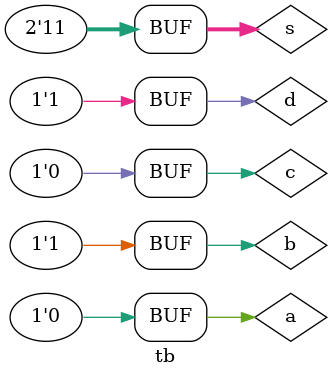
<source format=v>
`timescale 1ns/1ns
`include "4to1.v"
module tb;
  reg [1:0]s;
  reg a,b,c,d;
  wire o;
mux1 uut(.a(a),.b(b),.c(c),.d(d),.s(s),.o(o));
 initial begin
    $dumpfile("tb.vcd");
    $dumpvars(0,tb);
   a=1;b=1;c=0;d=1;
   #10 s=00;
    a=0;b=1;c=0;d=1;
   #10 s=01;
   a=1;b=0;c=1;d=0;
   #10 s=10;
    a=0;b=1;c=0;d=1;
   #10 s=11;
end
always@(o)
  $display("time=%0t\tinput value:\t a=%b\tb=%b\tc=%b\td=%b\ts=%b\toutputvalue o=%b",$time,a,b,c,d,s,o);
endmodule

</source>
